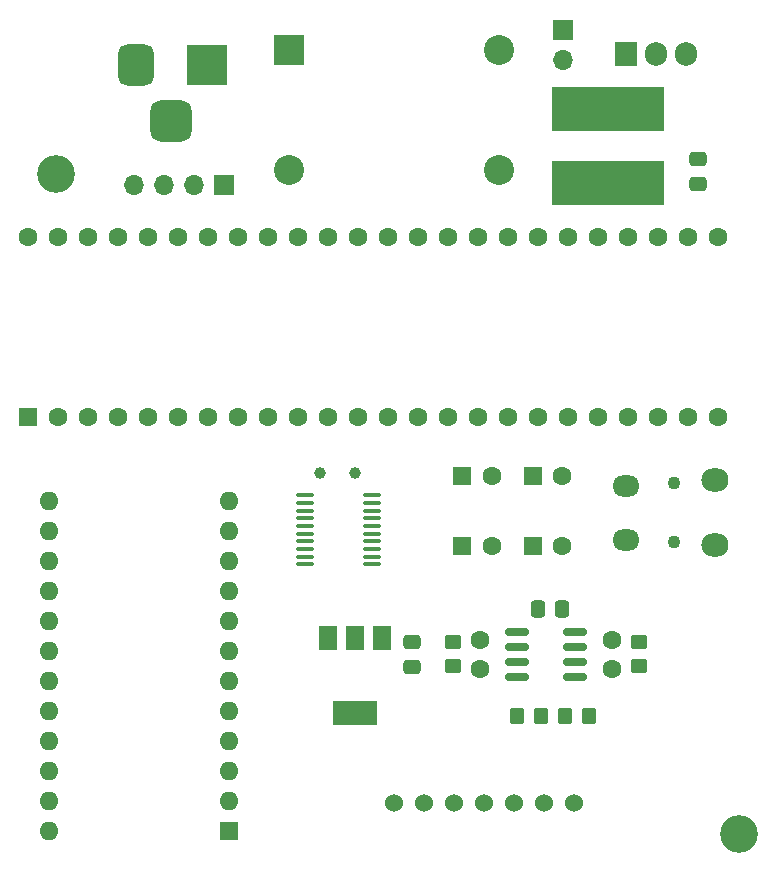
<source format=gbr>
%TF.GenerationSoftware,KiCad,Pcbnew,(6.0.4)*%
%TF.CreationDate,2022-03-31T21:50:03-03:00*%
%TF.ProjectId,vgm-teensy,76676d2d-7465-4656-9e73-792e6b696361,rev?*%
%TF.SameCoordinates,Original*%
%TF.FileFunction,Soldermask,Top*%
%TF.FilePolarity,Negative*%
%FSLAX46Y46*%
G04 Gerber Fmt 4.6, Leading zero omitted, Abs format (unit mm)*
G04 Created by KiCad (PCBNEW (6.0.4)) date 2022-03-31 21:50:03*
%MOMM*%
%LPD*%
G01*
G04 APERTURE LIST*
G04 Aperture macros list*
%AMRoundRect*
0 Rectangle with rounded corners*
0 $1 Rounding radius*
0 $2 $3 $4 $5 $6 $7 $8 $9 X,Y pos of 4 corners*
0 Add a 4 corners polygon primitive as box body*
4,1,4,$2,$3,$4,$5,$6,$7,$8,$9,$2,$3,0*
0 Add four circle primitives for the rounded corners*
1,1,$1+$1,$2,$3*
1,1,$1+$1,$4,$5*
1,1,$1+$1,$6,$7*
1,1,$1+$1,$8,$9*
0 Add four rect primitives between the rounded corners*
20,1,$1+$1,$2,$3,$4,$5,0*
20,1,$1+$1,$4,$5,$6,$7,0*
20,1,$1+$1,$6,$7,$8,$9,0*
20,1,$1+$1,$8,$9,$2,$3,0*%
G04 Aperture macros list end*
%ADD10C,1.100000*%
%ADD11O,2.300000X1.800000*%
%ADD12O,2.300000X2.000000*%
%ADD13C,3.200000*%
%ADD14RoundRect,0.250000X-0.450000X0.350000X-0.450000X-0.350000X0.450000X-0.350000X0.450000X0.350000X0*%
%ADD15R,1.500000X2.000000*%
%ADD16R,3.800000X2.000000*%
%ADD17R,1.600000X1.600000*%
%ADD18O,1.600000X1.600000*%
%ADD19R,9.500000X3.750000*%
%ADD20C,1.600000*%
%ADD21RoundRect,0.250000X-0.337500X-0.475000X0.337500X-0.475000X0.337500X0.475000X-0.337500X0.475000X0*%
%ADD22C,1.000000*%
%ADD23RoundRect,0.250000X-0.350000X-0.450000X0.350000X-0.450000X0.350000X0.450000X-0.350000X0.450000X0*%
%ADD24RoundRect,0.250000X0.475000X-0.337500X0.475000X0.337500X-0.475000X0.337500X-0.475000X-0.337500X0*%
%ADD25R,1.700000X1.700000*%
%ADD26O,1.700000X1.700000*%
%ADD27R,2.540000X2.540000*%
%ADD28C,2.540000*%
%ADD29RoundRect,0.150000X0.825000X0.150000X-0.825000X0.150000X-0.825000X-0.150000X0.825000X-0.150000X0*%
%ADD30RoundRect,0.100000X0.637500X0.100000X-0.637500X0.100000X-0.637500X-0.100000X0.637500X-0.100000X0*%
%ADD31R,3.500000X3.500000*%
%ADD32RoundRect,0.750000X-0.750000X-1.000000X0.750000X-1.000000X0.750000X1.000000X-0.750000X1.000000X0*%
%ADD33RoundRect,0.875000X-0.875000X-0.875000X0.875000X-0.875000X0.875000X0.875000X-0.875000X0.875000X0*%
%ADD34R,1.905000X2.000000*%
%ADD35O,1.905000X2.000000*%
%ADD36C,1.524000*%
G04 APERTURE END LIST*
D10*
%TO.C,J1*%
X162616000Y-99564000D03*
X162616000Y-104564000D03*
D11*
X158616000Y-104364000D03*
X158616000Y-99764000D03*
D12*
X166116000Y-104814000D03*
X166116000Y-99314000D03*
%TD*%
D13*
%TO.C,H2*%
X110363000Y-73406000D03*
%TD*%
D14*
%TO.C,R24*%
X143953000Y-113046000D03*
X143953000Y-115046000D03*
%TD*%
D15*
%TO.C,U9*%
X137936000Y-112699000D03*
D16*
X135636000Y-118999000D03*
D15*
X135636000Y-112699000D03*
X133336000Y-112699000D03*
%TD*%
D17*
%TO.C,U4*%
X124973000Y-129037000D03*
D18*
X124973000Y-126497000D03*
X124973000Y-123957000D03*
X124973000Y-121417000D03*
X124973000Y-118877000D03*
X124973000Y-116337000D03*
X124973000Y-113797000D03*
X124973000Y-111257000D03*
X124973000Y-108717000D03*
X124973000Y-106177000D03*
X124973000Y-103637000D03*
X124973000Y-101097000D03*
X109733000Y-101097000D03*
X109733000Y-103637000D03*
X109733000Y-106177000D03*
X109733000Y-108717000D03*
X109733000Y-111257000D03*
X109733000Y-113797000D03*
X109733000Y-116337000D03*
X109733000Y-118877000D03*
X109733000Y-121417000D03*
X109733000Y-123957000D03*
X109733000Y-126497000D03*
X109733000Y-129037000D03*
%TD*%
D19*
%TO.C,L1*%
X157099000Y-67868000D03*
X157099000Y-74118000D03*
%TD*%
D17*
%TO.C,C3*%
X144717888Y-104902000D03*
D20*
X147217888Y-104902000D03*
%TD*%
D21*
%TO.C,C7*%
X151108500Y-110236000D03*
X153183500Y-110236000D03*
%TD*%
D22*
%TO.C,TP1*%
X135636000Y-98679000D03*
%TD*%
D23*
%TO.C,R20*%
X149368000Y-119253000D03*
X151368000Y-119253000D03*
%TD*%
D24*
%TO.C,C1*%
X164719000Y-74189500D03*
X164719000Y-72114500D03*
%TD*%
D23*
%TO.C,R21*%
X153432000Y-119253000D03*
X155432000Y-119253000D03*
%TD*%
D25*
%TO.C,JP2*%
X153289000Y-61209000D03*
D26*
X153289000Y-63749000D03*
%TD*%
D22*
%TO.C,TP2*%
X132715000Y-98679000D03*
%TD*%
D20*
%TO.C,C8*%
X146239000Y-112796000D03*
X146239000Y-115296000D03*
%TD*%
D17*
%TO.C,C6*%
X150686888Y-104902000D03*
D20*
X153186888Y-104902000D03*
%TD*%
D25*
%TO.C,J3*%
X124577000Y-74295000D03*
D26*
X122037000Y-74295000D03*
X119497000Y-74295000D03*
X116957000Y-74295000D03*
%TD*%
D24*
%TO.C,C2*%
X140462000Y-115083500D03*
X140462000Y-113008500D03*
%TD*%
D17*
%TO.C,C4*%
X144717888Y-98933000D03*
D20*
X147217888Y-98933000D03*
%TD*%
D13*
%TO.C,H1*%
X168148000Y-129286000D03*
%TD*%
D17*
%TO.C,U1*%
X107950000Y-93980000D03*
D20*
X110490000Y-93980000D03*
X113030000Y-93980000D03*
X115570000Y-93980000D03*
X118110000Y-93980000D03*
X120650000Y-93980000D03*
X123190000Y-93980000D03*
X125730000Y-93980000D03*
X128270000Y-93980000D03*
X130810000Y-93980000D03*
X133350000Y-93980000D03*
X135890000Y-93980000D03*
X138430000Y-93980000D03*
X140970000Y-93980000D03*
X143510000Y-93980000D03*
X146050000Y-93980000D03*
X148590000Y-93980000D03*
X151130000Y-93980000D03*
X153670000Y-93980000D03*
X156210000Y-93980000D03*
X158750000Y-93980000D03*
X161290000Y-93980000D03*
X163830000Y-93980000D03*
X166370000Y-93980000D03*
X166370000Y-78740000D03*
X163830000Y-78740000D03*
X161290000Y-78740000D03*
X158750000Y-78740000D03*
X156210000Y-78740000D03*
X153670000Y-78740000D03*
X151130000Y-78740000D03*
X148590000Y-78740000D03*
X146050000Y-78740000D03*
X143510000Y-78740000D03*
X140970000Y-78740000D03*
X138430000Y-78740000D03*
X135890000Y-78740000D03*
X133350000Y-78740000D03*
X130810000Y-78740000D03*
X128270000Y-78740000D03*
X125730000Y-78740000D03*
X123190000Y-78740000D03*
X120650000Y-78740000D03*
X118110000Y-78740000D03*
X115570000Y-78740000D03*
X113030000Y-78740000D03*
X110490000Y-78740000D03*
X107950000Y-78740000D03*
%TD*%
D17*
%TO.C,C5*%
X150686888Y-98933000D03*
D20*
X153186888Y-98933000D03*
%TD*%
D27*
%TO.C,U7*%
X130048000Y-62865000D03*
D28*
X130048000Y-73025000D03*
X147828000Y-73025000D03*
X147828000Y-62865000D03*
%TD*%
D29*
%TO.C,U6*%
X154302000Y-115951000D03*
X154302000Y-114681000D03*
X154302000Y-113411000D03*
X154302000Y-112141000D03*
X149352000Y-112141000D03*
X149352000Y-113411000D03*
X149352000Y-114681000D03*
X149352000Y-115951000D03*
%TD*%
D14*
%TO.C,R25*%
X159701000Y-113046000D03*
X159701000Y-115046000D03*
%TD*%
D30*
%TO.C,U5*%
X137101500Y-106430000D03*
X137101500Y-105780000D03*
X137101500Y-105130000D03*
X137101500Y-104480000D03*
X137101500Y-103830000D03*
X137101500Y-103180000D03*
X137101500Y-102530000D03*
X137101500Y-101880000D03*
X137101500Y-101230000D03*
X137101500Y-100580000D03*
X131376500Y-100580000D03*
X131376500Y-101230000D03*
X131376500Y-101880000D03*
X131376500Y-102530000D03*
X131376500Y-103180000D03*
X131376500Y-103830000D03*
X131376500Y-104480000D03*
X131376500Y-105130000D03*
X131376500Y-105780000D03*
X131376500Y-106430000D03*
%TD*%
D31*
%TO.C,J2*%
X123094000Y-64193500D03*
D32*
X117094000Y-64193500D03*
D33*
X120094000Y-68893500D03*
%TD*%
D34*
%TO.C,U8*%
X158623000Y-63246000D03*
D35*
X161163000Y-63246000D03*
X163703000Y-63246000D03*
%TD*%
D20*
%TO.C,C9*%
X157415000Y-112796000D03*
X157415000Y-115296000D03*
%TD*%
D36*
%TO.C,U2*%
X138938000Y-126619000D03*
X141478000Y-126619000D03*
X144018000Y-126619000D03*
X146558000Y-126619000D03*
X149098000Y-126619000D03*
X151638000Y-126619000D03*
X154178000Y-126619000D03*
%TD*%
M02*

</source>
